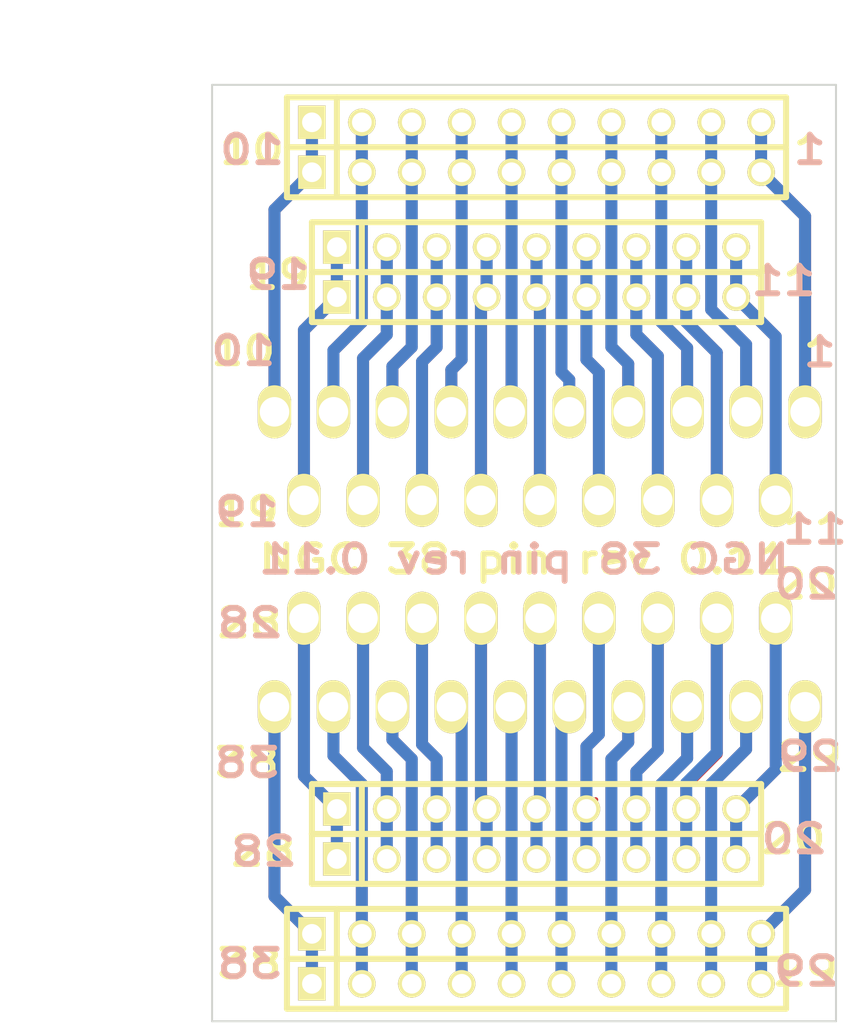
<source format=kicad_pcb>
(kicad_pcb (version 3) (host pcbnew "(2013-07-07 BZR 4022)-stable")

  (general
    (links 76)
    (no_connects 0)
    (area 136.37119 128.665001 179.124548 180.390001)
    (thickness 1.6)
    (drawings 40)
    (tracks 276)
    (zones 0)
    (modules 9)
    (nets 39)
  )

  (page A)
  (title_block 
    (title "NGC 38 pin")
    (rev R0.1)
    (company rusEFI)
  )

  (layers
    (15 F.Cu signal)
    (0 B.Cu signal)
    (16 B.Adhes user)
    (17 F.Adhes user)
    (18 B.Paste user)
    (19 F.Paste user)
    (20 B.SilkS user)
    (21 F.SilkS user)
    (22 B.Mask user)
    (23 F.Mask user)
    (24 Dwgs.User user)
    (25 Cmts.User user)
    (26 Eco1.User user)
    (27 Eco2.User user)
    (28 Edge.Cuts user)
  )

  (setup
    (last_trace_width 0.6096)
    (trace_clearance 0.254)
    (zone_clearance 0.508)
    (zone_45_only no)
    (trace_min 0.254)
    (segment_width 0.2)
    (edge_width 0.1)
    (via_size 0.889)
    (via_drill 0.635)
    (via_min_size 0.889)
    (via_min_drill 0.508)
    (uvia_size 0.508)
    (uvia_drill 0.127)
    (uvias_allowed no)
    (uvia_min_size 0.508)
    (uvia_min_drill 0.127)
    (pcb_text_width 0.3)
    (pcb_text_size 1.5 1.5)
    (mod_edge_width 0.15)
    (mod_text_size 1 1)
    (mod_text_width 0.15)
    (pad_size 1.7 2.7)
    (pad_drill 1.5)
    (pad_to_mask_clearance 0)
    (aux_axis_origin 0 0)
    (visible_elements 7FFFFB3F)
    (pcbplotparams
      (layerselection 334528513)
      (usegerberextensions true)
      (excludeedgelayer true)
      (linewidth 0.150000)
      (plotframeref false)
      (viasonmask false)
      (mode 1)
      (useauxorigin false)
      (hpglpennumber 1)
      (hpglpenspeed 20)
      (hpglpendiameter 15)
      (hpglpenoverlay 2)
      (psnegative false)
      (psa4output false)
      (plotreference true)
      (plotvalue true)
      (plotothertext true)
      (plotinvisibletext false)
      (padsonsilk false)
      (subtractmaskfromsilk false)
      (outputformat 1)
      (mirror false)
      (drillshape 0)
      (scaleselection 1)
      (outputdirectory NGC_38_connector_gerber))
  )

  (net 0 "")
  (net 1 N-000001)
  (net 2 N-0000010)
  (net 3 N-0000011)
  (net 4 N-0000012)
  (net 5 N-0000013)
  (net 6 N-0000014)
  (net 7 N-0000015)
  (net 8 N-0000016)
  (net 9 N-0000017)
  (net 10 N-0000018)
  (net 11 N-0000019)
  (net 12 N-000002)
  (net 13 N-0000020)
  (net 14 N-0000021)
  (net 15 N-0000022)
  (net 16 N-0000023)
  (net 17 N-0000024)
  (net 18 N-0000025)
  (net 19 N-0000026)
  (net 20 N-0000027)
  (net 21 N-0000028)
  (net 22 N-0000029)
  (net 23 N-000003)
  (net 24 N-0000030)
  (net 25 N-0000031)
  (net 26 N-0000032)
  (net 27 N-0000033)
  (net 28 N-0000034)
  (net 29 N-0000035)
  (net 30 N-0000036)
  (net 31 N-0000037)
  (net 32 N-0000038)
  (net 33 N-000004)
  (net 34 N-000005)
  (net 35 N-000006)
  (net 36 N-000007)
  (net 37 N-000008)
  (net 38 N-000009)

  (net_class Default "This is the default net class."
    (clearance 0.254)
    (trace_width 0.6096)
    (via_dia 0.889)
    (via_drill 0.635)
    (uvia_dia 0.508)
    (uvia_drill 0.127)
    (add_net "")
    (add_net N-000001)
    (add_net N-0000010)
    (add_net N-0000011)
    (add_net N-0000012)
    (add_net N-0000013)
    (add_net N-0000014)
    (add_net N-0000015)
    (add_net N-0000016)
    (add_net N-0000017)
    (add_net N-0000018)
    (add_net N-0000019)
    (add_net N-000002)
    (add_net N-0000020)
    (add_net N-0000021)
    (add_net N-0000022)
    (add_net N-0000023)
    (add_net N-0000024)
    (add_net N-0000025)
    (add_net N-0000026)
    (add_net N-0000027)
    (add_net N-0000028)
    (add_net N-0000029)
    (add_net N-000003)
    (add_net N-0000030)
    (add_net N-0000031)
    (add_net N-0000032)
    (add_net N-0000033)
    (add_net N-0000034)
    (add_net N-0000035)
    (add_net N-0000036)
    (add_net N-0000037)
    (add_net N-0000038)
    (add_net N-000004)
    (add_net N-000005)
    (add_net N-000006)
    (add_net N-000007)
    (add_net N-000008)
    (add_net N-000009)
  )

  (module SIL-10 (layer F.Cu) (tedit 54478AD4) (tstamp 543BAF3F)
    (at 163.195 137.16)
    (descr "Connecteur 10 pins")
    (tags "CONN DEV")
    (path /543BAEB3)
    (fp_text reference P2 (at -14.605 0) (layer F.SilkS) hide
      (effects (font (size 1.72974 1.08712) (thickness 0.27178)))
    )
    (fp_text value CONN_10 (at 6.35 -2.54) (layer F.SilkS) hide
      (effects (font (size 1.524 1.016) (thickness 0.254)))
    )
    (fp_line (start -12.7 1.27) (end -12.7 -1.27) (layer F.SilkS) (width 0.3048))
    (fp_line (start -12.7 -1.27) (end 12.7 -1.27) (layer F.SilkS) (width 0.3048))
    (fp_line (start 12.7 -1.27) (end 12.7 1.27) (layer F.SilkS) (width 0.3048))
    (fp_line (start 12.7 1.27) (end -12.7 1.27) (layer F.SilkS) (width 0.3048))
    (fp_line (start -10.16 1.27) (end -10.16 -1.27) (layer F.SilkS) (width 0.3048))
    (pad 1 thru_hole rect (at -11.43 0) (size 1.4 1.7) (drill 1)
      (layers *.Cu *.Mask F.SilkS)
      (net 1 N-000001)
    )
    (pad 2 thru_hole circle (at -8.89 0) (size 1.4 1.7) (drill 1)
      (layers *.Cu *.Mask F.SilkS)
      (net 12 N-000002)
    )
    (pad 3 thru_hole circle (at -6.35 0) (size 1.4 1.7) (drill 1)
      (layers *.Cu *.Mask F.SilkS)
      (net 23 N-000003)
    )
    (pad 4 thru_hole circle (at -3.81 0) (size 1.4 1.7) (drill 1)
      (layers *.Cu *.Mask F.SilkS)
      (net 33 N-000004)
    )
    (pad 5 thru_hole circle (at -1.27 0) (size 1.4 1.7) (drill 1)
      (layers *.Cu *.Mask F.SilkS)
      (net 34 N-000005)
    )
    (pad 6 thru_hole circle (at 1.27 0) (size 1.4 1.7) (drill 1)
      (layers *.Cu *.Mask F.SilkS)
      (net 35 N-000006)
    )
    (pad 7 thru_hole circle (at 3.81 0) (size 1.4 1.7) (drill 1)
      (layers *.Cu *.Mask F.SilkS)
      (net 36 N-000007)
    )
    (pad 8 thru_hole circle (at 6.35 0) (size 1.4 1.7) (drill 1)
      (layers *.Cu *.Mask F.SilkS)
      (net 37 N-000008)
    )
    (pad 9 thru_hole circle (at 8.89 0) (size 1.4 1.7) (drill 1)
      (layers *.Cu *.Mask F.SilkS)
      (net 38 N-000009)
    )
    (pad 10 thru_hole circle (at 11.43 0) (size 1.4 1.7) (drill 1)
      (layers *.Cu *.Mask F.SilkS)
      (net 2 N-0000010)
    )
  )

  (module SIL-9 (layer F.Cu) (tedit 54478AE4) (tstamp 543ED05C)
    (at 163.195 169.545)
    (descr "Connecteur 9 pins")
    (tags "CONN DEV")
    (path /543ECFDE)
    (fp_text reference P5 (at -13.335 0) (layer F.SilkS) hide
      (effects (font (size 1.72974 1.08712) (thickness 0.27178)))
    )
    (fp_text value CONN_9 (at 5.08 -2.54) (layer F.SilkS) hide
      (effects (font (size 1.524 1.016) (thickness 0.254)))
    )
    (fp_line (start 11.43 -1.27) (end 11.43 1.27) (layer F.SilkS) (width 0.3048))
    (fp_line (start 11.43 1.27) (end -11.43 1.27) (layer F.SilkS) (width 0.3048))
    (fp_line (start -11.43 1.27) (end -11.43 -1.27) (layer F.SilkS) (width 0.3048))
    (fp_line (start 11.43 -1.27) (end -11.43 -1.27) (layer F.SilkS) (width 0.3048))
    (fp_line (start -8.89 -1.27) (end -8.89 1.27) (layer F.SilkS) (width 0.3048))
    (pad 1 thru_hole rect (at -10.16 0) (size 1.4 1.7) (drill 1)
      (layers *.Cu *.Mask F.SilkS)
      (net 30 N-0000036)
    )
    (pad 2 thru_hole circle (at -7.62 0) (size 1.4 1.7) (drill 1)
      (layers *.Cu *.Mask F.SilkS)
      (net 31 N-0000037)
    )
    (pad 3 thru_hole circle (at -5.08 0) (size 1.4 1.7) (drill 1)
      (layers *.Cu *.Mask F.SilkS)
      (net 32 N-0000038)
    )
    (pad 4 thru_hole circle (at -2.54 0) (size 1.4 1.7) (drill 1)
      (layers *.Cu *.Mask F.SilkS)
      (net 16 N-0000023)
    )
    (pad 5 thru_hole circle (at 0 0) (size 1.4 1.7) (drill 1)
      (layers *.Cu *.Mask F.SilkS)
      (net 4 N-0000012)
    )
    (pad 6 thru_hole circle (at 2.54 0) (size 1.4 1.7) (drill 1)
      (layers *.Cu *.Mask F.SilkS)
      (net 5 N-0000013)
    )
    (pad 7 thru_hole circle (at 5.08 0) (size 1.4 1.7) (drill 1)
      (layers *.Cu *.Mask F.SilkS)
      (net 6 N-0000014)
    )
    (pad 8 thru_hole circle (at 7.62 0) (size 1.4 1.7) (drill 1)
      (layers *.Cu *.Mask F.SilkS)
      (net 7 N-0000015)
    )
    (pad 9 thru_hole circle (at 10.16 0) (size 1.4 1.7) (drill 1)
      (layers *.Cu *.Mask F.SilkS)
      (net 8 N-0000016)
    )
  )

  (module SIL-9 (layer F.Cu) (tedit 54478ADD) (tstamp 543ED06E)
    (at 163.195 143.51)
    (descr "Connecteur 9 pins")
    (tags "CONN DEV")
    (path /543ECFEB)
    (fp_text reference P3 (at -13.09 0.11) (layer F.SilkS) hide
      (effects (font (size 1.72974 1.08712) (thickness 0.27178)))
    )
    (fp_text value CONN_9 (at 5.08 -2.54) (layer F.SilkS) hide
      (effects (font (size 1.524 1.016) (thickness 0.254)))
    )
    (fp_line (start 11.43 -1.27) (end 11.43 1.27) (layer F.SilkS) (width 0.3048))
    (fp_line (start 11.43 1.27) (end -11.43 1.27) (layer F.SilkS) (width 0.3048))
    (fp_line (start -11.43 1.27) (end -11.43 -1.27) (layer F.SilkS) (width 0.3048))
    (fp_line (start 11.43 -1.27) (end -11.43 -1.27) (layer F.SilkS) (width 0.3048))
    (fp_line (start -8.89 -1.27) (end -8.89 1.27) (layer F.SilkS) (width 0.3048))
    (pad 1 thru_hole rect (at -10.16 0) (size 1.4 1.7) (drill 1)
      (layers *.Cu *.Mask F.SilkS)
      (net 9 N-0000017)
    )
    (pad 2 thru_hole circle (at -7.62 0) (size 1.4 1.7) (drill 1)
      (layers *.Cu *.Mask F.SilkS)
      (net 10 N-0000018)
    )
    (pad 3 thru_hole circle (at -5.08 0) (size 1.4 1.7) (drill 1)
      (layers *.Cu *.Mask F.SilkS)
      (net 11 N-0000019)
    )
    (pad 4 thru_hole circle (at -2.54 0) (size 1.4 1.7) (drill 1)
      (layers *.Cu *.Mask F.SilkS)
      (net 13 N-0000020)
    )
    (pad 5 thru_hole circle (at 0 0) (size 1.4 1.7) (drill 1)
      (layers *.Cu *.Mask F.SilkS)
      (net 14 N-0000021)
    )
    (pad 6 thru_hole circle (at 2.54 0) (size 1.4 1.7) (drill 1)
      (layers *.Cu *.Mask F.SilkS)
      (net 15 N-0000022)
    )
    (pad 7 thru_hole circle (at 5.08 0) (size 1.4 1.7) (drill 1)
      (layers *.Cu *.Mask F.SilkS)
      (net 3 N-0000011)
    )
    (pad 8 thru_hole circle (at 7.62 0) (size 1.4 1.7) (drill 1)
      (layers *.Cu *.Mask F.SilkS)
      (net 17 N-0000024)
    )
    (pad 9 thru_hole circle (at 10.16 0) (size 1.4 1.7) (drill 1)
      (layers *.Cu *.Mask F.SilkS)
      (net 18 N-0000025)
    )
  )

  (module SIL-10 (layer F.Cu) (tedit 54478AEA) (tstamp 543ED081)
    (at 163.195 175.895)
    (descr "Connecteur 10 pins")
    (tags "CONN DEV")
    (path /543ECFCF)
    (fp_text reference P4 (at -14.605 0) (layer F.SilkS) hide
      (effects (font (size 1.72974 1.08712) (thickness 0.27178)))
    )
    (fp_text value CONN_10 (at 6.35 -2.54) (layer F.SilkS) hide
      (effects (font (size 1.524 1.016) (thickness 0.254)))
    )
    (fp_line (start -12.7 1.27) (end -12.7 -1.27) (layer F.SilkS) (width 0.3048))
    (fp_line (start -12.7 -1.27) (end 12.7 -1.27) (layer F.SilkS) (width 0.3048))
    (fp_line (start 12.7 -1.27) (end 12.7 1.27) (layer F.SilkS) (width 0.3048))
    (fp_line (start 12.7 1.27) (end -12.7 1.27) (layer F.SilkS) (width 0.3048))
    (fp_line (start -10.16 1.27) (end -10.16 -1.27) (layer F.SilkS) (width 0.3048))
    (pad 1 thru_hole rect (at -11.43 0) (size 1.4 1.7) (drill 1)
      (layers *.Cu *.Mask F.SilkS)
      (net 20 N-0000027)
    )
    (pad 2 thru_hole circle (at -8.89 0) (size 1.4 1.7) (drill 1)
      (layers *.Cu *.Mask F.SilkS)
      (net 21 N-0000028)
    )
    (pad 3 thru_hole circle (at -6.35 0) (size 1.4 1.7) (drill 1)
      (layers *.Cu *.Mask F.SilkS)
      (net 19 N-0000026)
    )
    (pad 4 thru_hole circle (at -3.81 0) (size 1.4 1.7) (drill 1)
      (layers *.Cu *.Mask F.SilkS)
      (net 22 N-0000029)
    )
    (pad 5 thru_hole circle (at -1.27 0) (size 1.4 1.7) (drill 1)
      (layers *.Cu *.Mask F.SilkS)
      (net 24 N-0000030)
    )
    (pad 6 thru_hole circle (at 1.27 0) (size 1.4 1.7) (drill 1)
      (layers *.Cu *.Mask F.SilkS)
      (net 25 N-0000031)
    )
    (pad 7 thru_hole circle (at 3.81 0) (size 1.4 1.7) (drill 1)
      (layers *.Cu *.Mask F.SilkS)
      (net 26 N-0000032)
    )
    (pad 8 thru_hole circle (at 6.35 0) (size 1.4 1.7) (drill 1)
      (layers *.Cu *.Mask F.SilkS)
      (net 27 N-0000033)
    )
    (pad 9 thru_hole circle (at 8.89 0) (size 1.4 1.7) (drill 1)
      (layers *.Cu *.Mask F.SilkS)
      (net 28 N-0000034)
    )
    (pad 10 thru_hole circle (at 11.43 0) (size 1.4 1.7) (drill 1)
      (layers *.Cu *.Mask F.SilkS)
      (net 29 N-0000035)
    )
  )

  (module SIL-9 (layer F.Cu) (tedit 54478AD8) (tstamp 544633AD)
    (at 163.195 140.97)
    (descr "Connecteur 9 pins")
    (tags "CONN DEV")
    (path /54463164)
    (fp_text reference P7 (at -13.335 0) (layer F.SilkS) hide
      (effects (font (size 1.72974 1.08712) (thickness 0.27178)))
    )
    (fp_text value CONN_9 (at 5.08 -2.54) (layer F.SilkS) hide
      (effects (font (size 1.524 1.016) (thickness 0.254)))
    )
    (fp_line (start 11.43 -1.27) (end 11.43 1.27) (layer F.SilkS) (width 0.3048))
    (fp_line (start 11.43 1.27) (end -11.43 1.27) (layer F.SilkS) (width 0.3048))
    (fp_line (start -11.43 1.27) (end -11.43 -1.27) (layer F.SilkS) (width 0.3048))
    (fp_line (start 11.43 -1.27) (end -11.43 -1.27) (layer F.SilkS) (width 0.3048))
    (fp_line (start -8.89 -1.27) (end -8.89 1.27) (layer F.SilkS) (width 0.3048))
    (pad 1 thru_hole rect (at -10.16 0) (size 1.4 1.7) (drill 1)
      (layers *.Cu *.Mask F.SilkS)
      (net 9 N-0000017)
    )
    (pad 2 thru_hole circle (at -7.62 0) (size 1.4 1.7) (drill 1)
      (layers *.Cu *.Mask F.SilkS)
      (net 10 N-0000018)
    )
    (pad 3 thru_hole circle (at -5.08 0) (size 1.4 1.7) (drill 1)
      (layers *.Cu *.Mask F.SilkS)
      (net 11 N-0000019)
    )
    (pad 4 thru_hole circle (at -2.54 0) (size 1.4 1.7) (drill 1)
      (layers *.Cu *.Mask F.SilkS)
      (net 13 N-0000020)
    )
    (pad 5 thru_hole circle (at 0 0) (size 1.4 1.7) (drill 1)
      (layers *.Cu *.Mask F.SilkS)
      (net 14 N-0000021)
    )
    (pad 6 thru_hole circle (at 2.54 0) (size 1.4 1.7) (drill 1)
      (layers *.Cu *.Mask F.SilkS)
      (net 15 N-0000022)
    )
    (pad 7 thru_hole circle (at 5.08 0) (size 1.4 1.7) (drill 1)
      (layers *.Cu *.Mask F.SilkS)
      (net 3 N-0000011)
    )
    (pad 8 thru_hole circle (at 7.62 0) (size 1.4 1.7) (drill 1)
      (layers *.Cu *.Mask F.SilkS)
      (net 17 N-0000024)
    )
    (pad 9 thru_hole circle (at 10.16 0) (size 1.4 1.7) (drill 1)
      (layers *.Cu *.Mask F.SilkS)
      (net 18 N-0000025)
    )
  )

  (module SIL-10 (layer F.Cu) (tedit 54478ACF) (tstamp 544633D3)
    (at 163.195 134.62)
    (descr "Connecteur 10 pins")
    (tags "CONN DEV")
    (path /5446316A)
    (fp_text reference P6 (at -14.605 0) (layer F.SilkS) hide
      (effects (font (size 1.72974 1.08712) (thickness 0.27178)))
    )
    (fp_text value CONN_10 (at 6.35 -2.54) (layer F.SilkS) hide
      (effects (font (size 1.524 1.016) (thickness 0.254)))
    )
    (fp_line (start -12.7 1.27) (end -12.7 -1.27) (layer F.SilkS) (width 0.3048))
    (fp_line (start -12.7 -1.27) (end 12.7 -1.27) (layer F.SilkS) (width 0.3048))
    (fp_line (start 12.7 -1.27) (end 12.7 1.27) (layer F.SilkS) (width 0.3048))
    (fp_line (start 12.7 1.27) (end -12.7 1.27) (layer F.SilkS) (width 0.3048))
    (fp_line (start -10.16 1.27) (end -10.16 -1.27) (layer F.SilkS) (width 0.3048))
    (pad 1 thru_hole rect (at -11.43 0) (size 1.4 1.7) (drill 1)
      (layers *.Cu *.Mask F.SilkS)
      (net 1 N-000001)
    )
    (pad 2 thru_hole circle (at -8.89 0) (size 1.4 1.7) (drill 1)
      (layers *.Cu *.Mask F.SilkS)
      (net 12 N-000002)
    )
    (pad 3 thru_hole circle (at -6.35 0) (size 1.4 1.7) (drill 1)
      (layers *.Cu *.Mask F.SilkS)
      (net 23 N-000003)
    )
    (pad 4 thru_hole circle (at -3.81 0) (size 1.4 1.7) (drill 1)
      (layers *.Cu *.Mask F.SilkS)
      (net 33 N-000004)
    )
    (pad 5 thru_hole circle (at -1.27 0) (size 1.4 1.7) (drill 1)
      (layers *.Cu *.Mask F.SilkS)
      (net 34 N-000005)
    )
    (pad 6 thru_hole circle (at 1.27 0) (size 1.4 1.7) (drill 1)
      (layers *.Cu *.Mask F.SilkS)
      (net 35 N-000006)
    )
    (pad 7 thru_hole circle (at 3.81 0) (size 1.4 1.7) (drill 1)
      (layers *.Cu *.Mask F.SilkS)
      (net 36 N-000007)
    )
    (pad 8 thru_hole circle (at 6.35 0) (size 1.4 1.7) (drill 1)
      (layers *.Cu *.Mask F.SilkS)
      (net 37 N-000008)
    )
    (pad 9 thru_hole circle (at 8.89 0) (size 1.4 1.7) (drill 1)
      (layers *.Cu *.Mask F.SilkS)
      (net 38 N-000009)
    )
    (pad 10 thru_hole circle (at 11.43 0) (size 1.4 1.7) (drill 1)
      (layers *.Cu *.Mask F.SilkS)
      (net 2 N-0000010)
    )
  )

  (module SIL-10 (layer F.Cu) (tedit 54478AF0) (tstamp 5446339B)
    (at 163.195 178.435)
    (descr "Connecteur 10 pins")
    (tags "CONN DEV")
    (path /5446315E)
    (fp_text reference P9 (at -14.605 0) (layer F.SilkS) hide
      (effects (font (size 1.72974 1.08712) (thickness 0.27178)))
    )
    (fp_text value CONN_10 (at 6.35 -2.54) (layer F.SilkS) hide
      (effects (font (size 1.524 1.016) (thickness 0.254)))
    )
    (fp_line (start -12.7 1.27) (end -12.7 -1.27) (layer F.SilkS) (width 0.3048))
    (fp_line (start -12.7 -1.27) (end 12.7 -1.27) (layer F.SilkS) (width 0.3048))
    (fp_line (start 12.7 -1.27) (end 12.7 1.27) (layer F.SilkS) (width 0.3048))
    (fp_line (start 12.7 1.27) (end -12.7 1.27) (layer F.SilkS) (width 0.3048))
    (fp_line (start -10.16 1.27) (end -10.16 -1.27) (layer F.SilkS) (width 0.3048))
    (pad 1 thru_hole rect (at -11.43 0) (size 1.4 1.7) (drill 1)
      (layers *.Cu *.Mask F.SilkS)
      (net 20 N-0000027)
    )
    (pad 2 thru_hole circle (at -8.89 0) (size 1.4 1.7) (drill 1)
      (layers *.Cu *.Mask F.SilkS)
      (net 21 N-0000028)
    )
    (pad 3 thru_hole circle (at -6.35 0) (size 1.4 1.7) (drill 1)
      (layers *.Cu *.Mask F.SilkS)
      (net 19 N-0000026)
    )
    (pad 4 thru_hole circle (at -3.81 0) (size 1.4 1.7) (drill 1)
      (layers *.Cu *.Mask F.SilkS)
      (net 22 N-0000029)
    )
    (pad 5 thru_hole circle (at -1.27 0) (size 1.4 1.7) (drill 1)
      (layers *.Cu *.Mask F.SilkS)
      (net 24 N-0000030)
    )
    (pad 6 thru_hole circle (at 1.27 0) (size 1.4 1.7) (drill 1)
      (layers *.Cu *.Mask F.SilkS)
      (net 25 N-0000031)
    )
    (pad 7 thru_hole circle (at 3.81 0) (size 1.4 1.7) (drill 1)
      (layers *.Cu *.Mask F.SilkS)
      (net 26 N-0000032)
    )
    (pad 8 thru_hole circle (at 6.35 0) (size 1.4 1.7) (drill 1)
      (layers *.Cu *.Mask F.SilkS)
      (net 27 N-0000033)
    )
    (pad 9 thru_hole circle (at 8.89 0) (size 1.4 1.7) (drill 1)
      (layers *.Cu *.Mask F.SilkS)
      (net 28 N-0000034)
    )
    (pad 10 thru_hole circle (at 11.43 0) (size 1.4 1.7) (drill 1)
      (layers *.Cu *.Mask F.SilkS)
      (net 29 N-0000035)
    )
  )

  (module SIL-9 (layer F.Cu) (tedit 54478AE7) (tstamp 544633C0)
    (at 163.195 172.085)
    (descr "Connecteur 9 pins")
    (tags "CONN DEV")
    (path /54463158)
    (fp_text reference P8 (at -13.335 0) (layer F.SilkS) hide
      (effects (font (size 1.72974 1.08712) (thickness 0.27178)))
    )
    (fp_text value CONN_9 (at 5.08 -2.54) (layer F.SilkS) hide
      (effects (font (size 1.524 1.016) (thickness 0.254)))
    )
    (fp_line (start 11.43 -1.27) (end 11.43 1.27) (layer F.SilkS) (width 0.3048))
    (fp_line (start 11.43 1.27) (end -11.43 1.27) (layer F.SilkS) (width 0.3048))
    (fp_line (start -11.43 1.27) (end -11.43 -1.27) (layer F.SilkS) (width 0.3048))
    (fp_line (start 11.43 -1.27) (end -11.43 -1.27) (layer F.SilkS) (width 0.3048))
    (fp_line (start -8.89 -1.27) (end -8.89 1.27) (layer F.SilkS) (width 0.3048))
    (pad 1 thru_hole rect (at -10.16 0) (size 1.4 1.7) (drill 1)
      (layers *.Cu *.Mask F.SilkS)
      (net 30 N-0000036)
    )
    (pad 2 thru_hole circle (at -7.62 0) (size 1.4 1.7) (drill 1)
      (layers *.Cu *.Mask F.SilkS)
      (net 31 N-0000037)
    )
    (pad 3 thru_hole circle (at -5.08 0) (size 1.4 1.7) (drill 1)
      (layers *.Cu *.Mask F.SilkS)
      (net 32 N-0000038)
    )
    (pad 4 thru_hole circle (at -2.54 0) (size 1.4 1.7) (drill 1)
      (layers *.Cu *.Mask F.SilkS)
      (net 16 N-0000023)
    )
    (pad 5 thru_hole circle (at 0 0) (size 1.4 1.7) (drill 1)
      (layers *.Cu *.Mask F.SilkS)
      (net 4 N-0000012)
    )
    (pad 6 thru_hole circle (at 2.54 0) (size 1.4 1.7) (drill 1)
      (layers *.Cu *.Mask F.SilkS)
      (net 5 N-0000013)
    )
    (pad 7 thru_hole circle (at 5.08 0) (size 1.4 1.7) (drill 1)
      (layers *.Cu *.Mask F.SilkS)
      (net 6 N-0000014)
    )
    (pad 8 thru_hole circle (at 7.62 0) (size 1.4 1.7) (drill 1)
      (layers *.Cu *.Mask F.SilkS)
      (net 7 N-0000015)
    )
    (pad 9 thru_hole circle (at 10.16 0) (size 1.4 1.7) (drill 1)
      (layers *.Cu *.Mask F.SilkS)
      (net 8 N-0000016)
    )
  )

  (module PCM_C1 (layer F.Cu) (tedit 54478AE1) (tstamp 5446FAEB)
    (at 149.86 156.845)
    (descr PCM_CON_4x38_C1)
    (tags PCM_CON_4x38_C1)
    (path /543BAB9B)
    (fp_text reference P1 (at -1.27 0) (layer F.SilkS) hide
      (effects (font (size 1.5 1) (thickness 0.15)))
    )
    (fp_text value DIL38 (at -2.25 0) (layer F.SilkS) hide
      (effects (font (size 1.5 1) (thickness 0.15)))
    )
    (pad 1 thru_hole oval (at 0 -7.5) (size 1.7 2.7) (drill 1.5)
      (layers *.Cu *.Mask F.SilkS)
      (net 1 N-000001)
      (zone_connect 2)
    )
    (pad 2 thru_hole oval (at 3 -7.5) (size 1.7 2.7) (drill 1.5)
      (layers *.Cu *.Mask F.SilkS)
      (net 12 N-000002)
    )
    (pad 3 thru_hole oval (at 6 -7.5) (size 1.7 2.7) (drill 1.5)
      (layers *.Cu *.Mask F.SilkS)
      (net 23 N-000003)
    )
    (pad 4 thru_hole oval (at 9 -7.5) (size 1.7 2.7) (drill 1.5)
      (layers *.Cu *.Mask F.SilkS)
      (net 33 N-000004)
    )
    (pad 5 thru_hole oval (at 12 -7.5) (size 1.7 2.7) (drill 1.5)
      (layers *.Cu *.Mask F.SilkS)
      (net 34 N-000005)
    )
    (pad 6 thru_hole oval (at 15 -7.5) (size 1.7 2.7) (drill 1.5)
      (layers *.Cu *.Mask F.SilkS)
      (net 35 N-000006)
    )
    (pad 7 thru_hole oval (at 18 -7.5) (size 1.7 2.7) (drill 1.5)
      (layers *.Cu *.Mask F.SilkS)
      (net 36 N-000007)
    )
    (pad 8 thru_hole oval (at 21 -7.5) (size 1.7 2.7) (drill 1.5)
      (layers *.Cu *.Mask F.SilkS)
      (net 37 N-000008)
    )
    (pad 9 thru_hole oval (at 24 -7.5) (size 1.7 2.7) (drill 1.5)
      (layers *.Cu *.Mask F.SilkS)
      (net 38 N-000009)
    )
    (pad 10 thru_hole oval (at 27 -7.5) (size 1.7 2.7) (drill 1.5)
      (layers *.Cu *.Mask F.SilkS)
      (net 2 N-0000010)
    )
    (pad 29 thru_hole oval (at 0 7.5) (size 1.7 2.7) (drill 1.5)
      (layers *.Cu *.Mask F.SilkS)
      (net 20 N-0000027)
    )
    (pad 30 thru_hole oval (at 3 7.5) (size 1.7 2.7) (drill 1.5)
      (layers *.Cu *.Mask F.SilkS)
      (net 21 N-0000028)
    )
    (pad 31 thru_hole oval (at 6 7.5) (size 1.7 2.7) (drill 1.5)
      (layers *.Cu *.Mask F.SilkS)
      (net 19 N-0000026)
    )
    (pad 32 thru_hole oval (at 9 7.5) (size 1.7 2.7) (drill 1.5)
      (layers *.Cu *.Mask F.SilkS)
      (net 22 N-0000029)
    )
    (pad 33 thru_hole oval (at 12 7.5) (size 1.7 2.7) (drill 1.5)
      (layers *.Cu *.Mask F.SilkS)
      (net 24 N-0000030)
    )
    (pad 34 thru_hole oval (at 15 7.5) (size 1.7 2.7) (drill 1.5)
      (layers *.Cu *.Mask F.SilkS)
      (net 25 N-0000031)
    )
    (pad 35 thru_hole oval (at 18 7.5) (size 1.7 2.7) (drill 1.5)
      (layers *.Cu *.Mask F.SilkS)
      (net 26 N-0000032)
    )
    (pad 36 thru_hole oval (at 21 7.5) (size 1.7 2.7) (drill 1.5)
      (layers *.Cu *.Mask F.SilkS)
      (net 27 N-0000033)
    )
    (pad 37 thru_hole oval (at 24 7.5) (size 1.7 2.7) (drill 1.5)
      (layers *.Cu *.Mask F.SilkS)
      (net 28 N-0000034)
    )
    (pad 38 thru_hole oval (at 27 7.5) (size 1.7 2.7) (drill 1.5)
      (layers *.Cu *.Mask F.SilkS)
      (net 29 N-0000035)
    )
    (pad 11 thru_hole oval (at 1.5 -3) (size 1.7 2.7) (drill 1.5)
      (layers *.Cu *.Mask F.SilkS)
      (net 9 N-0000017)
    )
    (pad 12 thru_hole oval (at 4.508 -3) (size 1.7 2.7) (drill 1.5)
      (layers *.Cu *.Mask F.SilkS)
      (net 10 N-0000018)
    )
    (pad 13 thru_hole oval (at 7.508 -3) (size 1.7 2.7) (drill 1.5)
      (layers *.Cu *.Mask F.SilkS)
      (net 11 N-0000019)
    )
    (pad 14 thru_hole oval (at 10.508 -3) (size 1.7 2.7) (drill 1.5)
      (layers *.Cu *.Mask F.SilkS)
      (net 13 N-0000020)
    )
    (pad 15 thru_hole oval (at 13.508 -3) (size 1.7 2.7) (drill 1.5)
      (layers *.Cu *.Mask F.SilkS)
      (net 14 N-0000021)
    )
    (pad 16 thru_hole oval (at 16.508 -3) (size 1.7 2.7) (drill 1.5)
      (layers *.Cu *.Mask F.SilkS)
      (net 15 N-0000022)
    )
    (pad 17 thru_hole oval (at 19.508 -3) (size 1.7 2.7) (drill 1.5)
      (layers *.Cu *.Mask F.SilkS)
      (net 3 N-0000011)
    )
    (pad 18 thru_hole oval (at 22.508 -3) (size 1.7 2.7) (drill 1.5)
      (layers *.Cu *.Mask F.SilkS)
      (net 17 N-0000024)
    )
    (pad 19 thru_hole oval (at 25.508 -3) (size 1.7 2.7) (drill 1.5)
      (layers *.Cu *.Mask F.SilkS)
      (net 18 N-0000025)
    )
    (pad 20 thru_hole oval (at 1.5 3) (size 1.7 2.7) (drill 1.5)
      (layers *.Cu *.Mask F.SilkS)
      (net 30 N-0000036)
    )
    (pad 21 thru_hole oval (at 4.508 3) (size 1.7 2.7) (drill 1.5)
      (layers *.Cu *.Mask F.SilkS)
      (net 31 N-0000037)
    )
    (pad 22 thru_hole oval (at 7.508 3) (size 1.7 2.7) (drill 1.5)
      (layers *.Cu *.Mask F.SilkS)
      (net 32 N-0000038)
    )
    (pad 23 thru_hole oval (at 10.508 3) (size 1.7 2.7) (drill 1.5)
      (layers *.Cu *.Mask F.SilkS)
      (net 16 N-0000023)
    )
    (pad 24 thru_hole oval (at 13.508 3) (size 1.7 2.7) (drill 1.5)
      (layers *.Cu *.Mask F.SilkS)
      (net 4 N-0000012)
    )
    (pad 25 thru_hole oval (at 16.508 3) (size 1.7 2.7) (drill 1.5)
      (layers *.Cu *.Mask F.SilkS)
      (net 5 N-0000013)
    )
    (pad 26 thru_hole oval (at 19.508 3) (size 1.7 2.7) (drill 1.5)
      (layers *.Cu *.Mask F.SilkS)
      (net 6 N-0000014)
    )
    (pad 27 thru_hole oval (at 22.508 3) (size 1.7 2.7) (drill 1.5)
      (layers *.Cu *.Mask F.SilkS)
      (net 7 N-0000015)
    )
    (pad 28 thru_hole oval (at 25.508 3) (size 1.7 2.7) (drill 1.5)
      (layers *.Cu *.Mask F.SilkS)
      (net 8 N-0000016)
    )
  )

  (gr_text 20 (at 176.276 171.069) (layer B.SilkS)
    (effects (font (size 1.4 1.7) (thickness 0.3)) (justify mirror))
  )
  (gr_text 20 (at 176.911 158.115) (layer B.SilkS)
    (effects (font (size 1.4 1.7) (thickness 0.3)) (justify mirror))
  )
  (gr_text 28 (at 149.2885 171.704) (layer B.SilkS)
    (effects (font (size 1.4 1.7) (thickness 0.3)) (justify mirror))
  )
  (gr_text 28 (at 148.59 160.0835) (layer B.SilkS)
    (effects (font (size 1.4 1.7) (thickness 0.3)) (justify mirror))
  )
  (gr_text 28 (at 148.59 160.0835) (layer F.SilkS)
    (effects (font (size 1.4 1.7) (thickness 0.3)))
  )
  (gr_text 28 (at 149.2885 171.704) (layer F.SilkS)
    (effects (font (size 1.4 1.7) (thickness 0.3)))
  )
  (gr_text 20 (at 176.276 171.069) (layer F.SilkS)
    (effects (font (size 1.4 1.7) (thickness 0.3)))
  )
  (gr_text 20 (at 176.911 158.115) (layer F.SilkS)
    (effects (font (size 1.4 1.7) (thickness 0.3)))
  )
  (gr_text 38 (at 148.463 167.1955) (layer F.SilkS)
    (effects (font (size 1.4 1.7) (thickness 0.3)))
  )
  (gr_text 38 (at 148.59 177.419) (layer F.SilkS)
    (effects (font (size 1.4 1.7) (thickness 0.3)))
  )
  (gr_text 29 (at 176.911 177.8) (layer F.SilkS)
    (effects (font (size 1.4 1.7) (thickness 0.3)))
  )
  (gr_text 29 (at 177.1015 166.878) (layer F.SilkS)
    (effects (font (size 1.4 1.7) (thickness 0.3)))
  )
  (gr_text 29 (at 177.1015 166.878) (layer B.SilkS)
    (effects (font (size 1.4 1.7) (thickness 0.3)) (justify mirror))
  )
  (gr_text 29 (at 176.911 177.8) (layer B.SilkS)
    (effects (font (size 1.4 1.7) (thickness 0.3)) (justify mirror))
  )
  (gr_text 38 (at 148.59 177.419) (layer B.SilkS)
    (effects (font (size 1.4 1.7) (thickness 0.3)) (justify mirror))
  )
  (gr_text 11 (at 177.3555 155.321) (layer B.SilkS)
    (effects (font (size 1.4 1.7) (thickness 0.3)) (justify mirror))
  )
  (gr_text 11 (at 175.768 142.6845) (layer B.SilkS)
    (effects (font (size 1.4 1.7) (thickness 0.3)) (justify mirror))
  )
  (gr_text 11 (at 177.3555 155.321) (layer F.SilkS)
    (effects (font (size 1.4 1.7) (thickness 0.3)))
  )
  (gr_text 11 (at 175.768 142.6845) (layer F.SilkS)
    (effects (font (size 1.4 1.7) (thickness 0.3)))
  )
  (gr_text 1 (at 177.1015 136.017) (layer F.SilkS)
    (effects (font (size 1.4 1.7) (thickness 0.3)))
  )
  (gr_text 1 (at 177.6095 146.304) (layer F.SilkS)
    (effects (font (size 1.4 1.7) (thickness 0.3)))
  )
  (gr_text 1 (at 177.6095 146.304) (layer B.SilkS)
    (effects (font (size 1.4 1.7) (thickness 0.3)) (justify mirror))
  )
  (gr_text 1 (at 177.1015 136.017) (layer B.SilkS)
    (effects (font (size 1.4 1.7) (thickness 0.3)) (justify mirror))
  )
  (gr_text 19 (at 150.0505 142.367) (layer B.SilkS)
    (effects (font (size 1.4 1.7) (thickness 0.3)) (justify mirror))
  )
  (gr_text 10 (at 148.717 136.017) (layer B.SilkS)
    (effects (font (size 1.4 1.7) (thickness 0.3)) (justify mirror))
  )
  (gr_text 10 (at 148.717 136.017) (layer F.SilkS)
    (effects (font (size 1.4 1.7) (thickness 0.3)))
  )
  (gr_text 19 (at 150.0505 142.367) (layer F.SilkS)
    (effects (font (size 1.4 1.7) (thickness 0.3)))
  )
  (gr_text 19 (at 148.463 154.432) (layer F.SilkS)
    (effects (font (size 1.4 1.7) (thickness 0.3)))
  )
  (gr_text 10 (at 148.2725 146.2405) (layer F.SilkS)
    (effects (font (size 1.4 1.7) (thickness 0.3)))
  )
  (gr_text 38 (at 148.463 167.1955) (layer B.SilkS)
    (effects (font (size 1.4 1.7) (thickness 0.3)) (justify mirror))
  )
  (gr_text 19 (at 148.463 154.432) (layer B.SilkS)
    (effects (font (size 1.4 1.7) (thickness 0.3)) (justify mirror))
  )
  (gr_text 10 (at 148.2725 146.2405) (layer B.SilkS)
    (effects (font (size 1.4 1.7) (thickness 0.3)) (justify mirror))
  )
  (gr_text "NGC 38 pin rev 0.11" (at 162.56 156.845) (layer B.SilkS)
    (effects (font (size 1.4 1.7) (thickness 0.3)) (justify mirror))
  )
  (dimension 31.75 (width 0.3) (layer Cmts.User)
    (gr_text "1.2500 in" (at 162.56 130.095001) (layer Cmts.User)
      (effects (font (size 1.4 1.7) (thickness 0.3)))
    )
    (feature1 (pts (xy 178.435 132.08) (xy 178.435 128.745001)))
    (feature2 (pts (xy 146.685 132.08) (xy 146.685 128.745001)))
    (crossbar (pts (xy 146.685 131.445001) (xy 178.435 131.445001)))
    (arrow1a (pts (xy 178.435 131.445001) (xy 177.308497 132.031421)))
    (arrow1b (pts (xy 178.435 131.445001) (xy 177.308497 130.858581)))
    (arrow2a (pts (xy 146.685 131.445001) (xy 147.811503 132.031421)))
    (arrow2b (pts (xy 146.685 131.445001) (xy 147.811503 130.858581)))
  )
  (dimension 47.625 (width 0.3) (layer Cmts.User)
    (gr_text "1.8750 in" (at 142.795 156.5275 90) (layer Cmts.User)
      (effects (font (size 1.4 1.7) (thickness 0.3)))
    )
    (feature1 (pts (xy 146.05 132.715) (xy 141.445 132.715)))
    (feature2 (pts (xy 146.05 180.34) (xy 141.445 180.34)))
    (crossbar (pts (xy 144.145 180.34) (xy 144.145 132.715)))
    (arrow1a (pts (xy 144.145 132.715) (xy 144.73142 133.841503)))
    (arrow1b (pts (xy 144.145 132.715) (xy 143.55858 133.841503)))
    (arrow2a (pts (xy 144.145 180.34) (xy 144.73142 179.213497)))
    (arrow2b (pts (xy 144.145 180.34) (xy 143.55858 179.213497)))
  )
  (gr_line (start 178.435 132.715) (end 146.685 132.715) (angle 90) (layer Edge.Cuts) (width 0.1))
  (gr_line (start 178.435 180.34) (end 178.435 132.715) (angle 90) (layer Edge.Cuts) (width 0.1))
  (gr_line (start 146.685 180.34) (end 146.685 132.715) (angle 90) (layer Edge.Cuts) (width 0.1))
  (gr_line (start 178.435 180.34) (end 146.685 180.34) (angle 90) (layer Edge.Cuts) (width 0.1))
  (gr_text "NGC 38 pin rev 0.11" (at 162.56 156.845) (layer F.SilkS)
    (effects (font (size 1.4 1.7) (thickness 0.3)))
  )

  (segment (start 149.86 149.345) (end 149.86 139.065) (width 0.6096) (layer F.Cu) (net 1))
  (segment (start 149.86 139.065) (end 151.765 137.16) (width 0.6096) (layer F.Cu) (net 1) (tstamp 54471B8E))
  (segment (start 151.765 134.62) (end 151.765 137.16) (width 0.6096) (layer F.Cu) (net 1))
  (segment (start 149.86 149.345) (end 149.86 139.065) (width 0.6096) (layer B.Cu) (net 1))
  (segment (start 149.86 139.065) (end 151.765 137.16) (width 0.6096) (layer B.Cu) (net 1) (tstamp 544718D3))
  (segment (start 151.765 134.62) (end 151.765 137.16) (width 0.6096) (layer B.Cu) (net 1))
  (segment (start 176.86 149.345) (end 176.86 139.395) (width 0.6096) (layer F.Cu) (net 2))
  (segment (start 176.86 139.395) (end 174.625 137.16) (width 0.6096) (layer F.Cu) (net 2) (tstamp 54471AFD))
  (segment (start 174.625 134.62) (end 174.625 137.16) (width 0.6096) (layer F.Cu) (net 2))
  (segment (start 176.86 149.345) (end 176.86 139.395) (width 0.6096) (layer B.Cu) (net 2))
  (segment (start 176.86 139.395) (end 174.625 137.16) (width 0.6096) (layer B.Cu) (net 2) (tstamp 5447186A))
  (segment (start 174.625 134.62) (end 174.625 137.16) (width 0.6096) (layer B.Cu) (net 2))
  (segment (start 168.275 143.51) (end 168.275 140.97) (width 0.6096) (layer F.Cu) (net 3))
  (segment (start 169.368 153.845) (end 169.368 146.508) (width 0.6096) (layer F.Cu) (net 3))
  (segment (start 169.368 146.508) (end 168.275 145.415) (width 0.6096) (layer F.Cu) (net 3) (tstamp 54471B24))
  (segment (start 168.275 145.415) (end 168.275 143.51) (width 0.6096) (layer F.Cu) (net 3) (tstamp 54471B26))
  (segment (start 169.368 153.845) (end 169.368 146.508) (width 0.6096) (layer B.Cu) (net 3))
  (segment (start 168.275 145.415) (end 168.275 143.51) (width 0.6096) (layer B.Cu) (net 3) (tstamp 5447188D))
  (segment (start 169.368 146.508) (end 168.275 145.415) (width 0.6096) (layer B.Cu) (net 3) (tstamp 5447188B))
  (segment (start 168.275 140.97) (end 168.275 143.51) (width 0.6096) (layer B.Cu) (net 3))
  (segment (start 163.368 159.845) (end 163.368 169.372) (width 0.6096) (layer F.Cu) (net 4))
  (segment (start 163.368 169.372) (end 163.195 169.545) (width 0.6096) (layer F.Cu) (net 4) (tstamp 54471AB4))
  (segment (start 163.195 172.085) (end 163.195 169.545) (width 0.6096) (layer F.Cu) (net 4))
  (segment (start 163.368 159.845) (end 163.368 169.372) (width 0.6096) (layer B.Cu) (net 4))
  (segment (start 163.368 169.372) (end 163.195 169.545) (width 0.6096) (layer B.Cu) (net 4) (tstamp 544717D3))
  (segment (start 163.195 172.085) (end 163.195 169.545) (width 0.6096) (layer B.Cu) (net 4))
  (segment (start 163.208 169.532) (end 163.195 169.545) (width 0.254) (layer F.Cu) (net 4) (tstamp 5446392C))
  (segment (start 166.368 159.845) (end 166.368 165.737) (width 0.6096) (layer F.Cu) (net 5))
  (segment (start 166.368 165.737) (end 165.735 166.37) (width 0.6096) (layer F.Cu) (net 5) (tstamp 54471ABC))
  (segment (start 165.735 166.37) (end 165.735 169.545) (width 0.6096) (layer F.Cu) (net 5) (tstamp 54471ABF))
  (segment (start 165.735 172.085) (end 165.735 169.545) (width 0.6096) (layer F.Cu) (net 5))
  (segment (start 166.368 159.845) (end 166.368 165.737) (width 0.6096) (layer B.Cu) (net 5))
  (segment (start 165.735 166.37) (end 165.735 169.545) (width 0.6096) (layer B.Cu) (net 5) (tstamp 544717DF))
  (segment (start 166.368 165.737) (end 165.735 166.37) (width 0.6096) (layer B.Cu) (net 5) (tstamp 544717DC))
  (segment (start 165.735 172.085) (end 165.735 169.545) (width 0.6096) (layer B.Cu) (net 5))
  (segment (start 166.208 169.072) (end 165.735 169.545) (width 0.254) (layer F.Cu) (net 5) (tstamp 5446392F))
  (segment (start 169.368 159.845) (end 169.368 166.547) (width 0.6096) (layer F.Cu) (net 6))
  (segment (start 169.368 166.547) (end 168.275 167.64) (width 0.6096) (layer F.Cu) (net 6) (tstamp 54471AC8))
  (segment (start 168.275 167.64) (end 168.275 169.545) (width 0.6096) (layer F.Cu) (net 6) (tstamp 54471AC9))
  (segment (start 168.275 172.085) (end 168.275 169.545) (width 0.6096) (layer F.Cu) (net 6))
  (segment (start 169.368 159.845) (end 169.368 166.547) (width 0.6096) (layer B.Cu) (net 6))
  (segment (start 168.275 167.64) (end 168.275 169.545) (width 0.6096) (layer B.Cu) (net 6) (tstamp 544717F9))
  (segment (start 169.368 166.547) (end 168.275 167.64) (width 0.6096) (layer B.Cu) (net 6) (tstamp 544717F7))
  (segment (start 168.275 172.085) (end 168.275 169.545) (width 0.6096) (layer B.Cu) (net 6))
  (segment (start 172.368 159.845) (end 172.368 166.722) (width 0.6096) (layer F.Cu) (net 7))
  (segment (start 172.368 166.722) (end 170.815 168.275) (width 0.6096) (layer F.Cu) (net 7) (tstamp 54471AD2))
  (segment (start 170.815 168.275) (end 170.815 169.545) (width 0.6096) (layer F.Cu) (net 7) (tstamp 54471AD4))
  (segment (start 170.815 172.085) (end 170.815 169.545) (width 0.6096) (layer F.Cu) (net 7))
  (segment (start 172.368 159.845) (end 172.368 166.673318) (width 0.6096) (layer B.Cu) (net 7))
  (segment (start 170.815 168.226318) (end 170.815 169.545) (width 0.6096) (layer B.Cu) (net 7) (tstamp 5447180C))
  (segment (start 172.368 166.673318) (end 170.815 168.226318) (width 0.6096) (layer B.Cu) (net 7) (tstamp 54471809))
  (segment (start 170.815 172.085) (end 170.815 169.545) (width 0.6096) (layer B.Cu) (net 7))
  (segment (start 175.368 159.845) (end 175.368 167.532) (width 0.6096) (layer F.Cu) (net 8))
  (segment (start 175.368 167.532) (end 173.355 169.545) (width 0.6096) (layer F.Cu) (net 8) (tstamp 54471ADE))
  (segment (start 173.355 172.085) (end 173.355 169.545) (width 0.6096) (layer F.Cu) (net 8))
  (segment (start 175.368 159.845) (end 175.368 167.532) (width 0.6096) (layer B.Cu) (net 8))
  (segment (start 175.368 167.532) (end 173.355 169.545) (width 0.6096) (layer B.Cu) (net 8) (tstamp 54471815))
  (segment (start 173.355 172.085) (end 173.355 169.545) (width 0.6096) (layer B.Cu) (net 8))
  (segment (start 153.035 143.51) (end 153.035 140.97) (width 0.6096) (layer F.Cu) (net 9))
  (segment (start 151.36 153.845) (end 151.36 145.185) (width 0.6096) (layer F.Cu) (net 9))
  (segment (start 151.36 145.185) (end 153.035 143.51) (width 0.6096) (layer F.Cu) (net 9) (tstamp 54471B84))
  (segment (start 151.36 153.845) (end 151.36 145.185) (width 0.6096) (layer B.Cu) (net 9))
  (segment (start 151.36 145.185) (end 153.035 143.51) (width 0.6096) (layer B.Cu) (net 9) (tstamp 544718CF))
  (segment (start 153.035 140.97) (end 153.035 143.51) (width 0.6096) (layer B.Cu) (net 9))
  (segment (start 155.575 143.51) (end 155.575 140.97) (width 0.6096) (layer F.Cu) (net 10))
  (segment (start 154.368 153.845) (end 154.368 146.622) (width 0.6096) (layer F.Cu) (net 10))
  (segment (start 154.368 146.622) (end 155.575 145.415) (width 0.6096) (layer F.Cu) (net 10) (tstamp 54471B72))
  (segment (start 155.575 145.415) (end 155.575 143.51) (width 0.6096) (layer F.Cu) (net 10) (tstamp 54471B75))
  (segment (start 154.368 153.845) (end 154.368 146.622) (width 0.6096) (layer B.Cu) (net 10))
  (segment (start 155.575 145.415) (end 155.575 143.51) (width 0.6096) (layer B.Cu) (net 10) (tstamp 544718C6))
  (segment (start 154.368 146.622) (end 155.575 145.415) (width 0.6096) (layer B.Cu) (net 10) (tstamp 544718C4))
  (segment (start 155.575 140.97) (end 155.575 143.51) (width 0.6096) (layer B.Cu) (net 10))
  (segment (start 158.115 143.51) (end 158.115 140.97) (width 0.6096) (layer F.Cu) (net 11))
  (segment (start 157.368 153.845) (end 157.368 146.797) (width 0.6096) (layer F.Cu) (net 11))
  (segment (start 157.368 146.797) (end 158.115 146.05) (width 0.6096) (layer F.Cu) (net 11) (tstamp 54471B62))
  (segment (start 158.115 146.05) (end 158.115 143.51) (width 0.6096) (layer F.Cu) (net 11) (tstamp 54471B64))
  (segment (start 157.368 153.845) (end 157.368 146.797) (width 0.6096) (layer B.Cu) (net 11))
  (segment (start 158.115 146.05) (end 158.115 143.51) (width 0.6096) (layer B.Cu) (net 11) (tstamp 544718BB))
  (segment (start 157.368 146.797) (end 158.115 146.05) (width 0.6096) (layer B.Cu) (net 11) (tstamp 544718B8))
  (segment (start 158.115 140.97) (end 158.115 143.51) (width 0.6096) (layer B.Cu) (net 11))
  (segment (start 154.305 137.16) (end 154.305 144.78) (width 0.6096) (layer F.Cu) (net 12))
  (segment (start 154.305 144.78) (end 152.86 146.225) (width 0.6096) (layer F.Cu) (net 12) (tstamp 54471B7E))
  (segment (start 152.86 146.225) (end 152.86 149.345) (width 0.6096) (layer F.Cu) (net 12) (tstamp 54471B81))
  (segment (start 154.305 134.62) (end 154.305 137.16) (width 0.6096) (layer F.Cu) (net 12))
  (segment (start 154.305 137.16) (end 154.305 144.78) (width 0.6096) (layer B.Cu) (net 12))
  (segment (start 152.86 146.225) (end 152.86 149.345) (width 0.6096) (layer B.Cu) (net 12) (tstamp 544718CC))
  (segment (start 154.305 144.78) (end 152.86 146.225) (width 0.6096) (layer B.Cu) (net 12) (tstamp 544718CA))
  (segment (start 154.305 134.62) (end 154.305 137.16) (width 0.6096) (layer B.Cu) (net 12))
  (segment (start 160.655 143.51) (end 160.655 140.97) (width 0.6096) (layer F.Cu) (net 13))
  (segment (start 160.368 153.845) (end 160.368 143.797) (width 0.6096) (layer F.Cu) (net 13))
  (segment (start 160.368 143.797) (end 160.655 143.51) (width 0.6096) (layer F.Cu) (net 13) (tstamp 54471B53))
  (segment (start 160.368 153.845) (end 160.368 143.797) (width 0.6096) (layer B.Cu) (net 13))
  (segment (start 160.368 143.797) (end 160.655 143.51) (width 0.6096) (layer B.Cu) (net 13) (tstamp 544718AE))
  (segment (start 160.655 140.97) (end 160.655 143.51) (width 0.6096) (layer B.Cu) (net 13))
  (segment (start 163.195 143.51) (end 163.195 140.97) (width 0.6096) (layer F.Cu) (net 14))
  (segment (start 163.368 153.845) (end 163.368 143.683) (width 0.6096) (layer F.Cu) (net 14))
  (segment (start 163.368 143.683) (end 163.195 143.51) (width 0.6096) (layer F.Cu) (net 14) (tstamp 54471B44))
  (segment (start 163.368 153.845) (end 163.368 143.683) (width 0.6096) (layer B.Cu) (net 14))
  (segment (start 163.368 143.683) (end 163.195 143.51) (width 0.6096) (layer B.Cu) (net 14) (tstamp 544718A4))
  (segment (start 163.195 140.97) (end 163.195 143.51) (width 0.6096) (layer B.Cu) (net 14))
  (segment (start 163.208 143.523) (end 163.195 143.51) (width 0.254) (layer F.Cu) (net 14) (tstamp 544638F0))
  (segment (start 165.735 143.51) (end 165.735 140.97) (width 0.6096) (layer F.Cu) (net 15))
  (segment (start 166.368 153.845) (end 166.368 147.318) (width 0.6096) (layer F.Cu) (net 15))
  (segment (start 166.368 147.318) (end 165.735 146.685) (width 0.6096) (layer F.Cu) (net 15) (tstamp 54471B34))
  (segment (start 165.735 146.685) (end 165.735 143.51) (width 0.6096) (layer F.Cu) (net 15) (tstamp 54471B36))
  (segment (start 166.368 153.845) (end 166.368 147.318) (width 0.6096) (layer B.Cu) (net 15))
  (segment (start 165.735 146.685) (end 165.735 143.51) (width 0.6096) (layer B.Cu) (net 15) (tstamp 5447189B))
  (segment (start 166.368 147.318) (end 165.735 146.685) (width 0.6096) (layer B.Cu) (net 15) (tstamp 54471897))
  (segment (start 165.735 140.97) (end 165.735 143.51) (width 0.6096) (layer B.Cu) (net 15))
  (segment (start 160.368 159.845) (end 160.368 169.258) (width 0.6096) (layer F.Cu) (net 16))
  (segment (start 160.368 169.258) (end 160.655 169.545) (width 0.6096) (layer F.Cu) (net 16) (tstamp 54471AAB))
  (segment (start 160.655 172.085) (end 160.655 169.545) (width 0.6096) (layer F.Cu) (net 16))
  (segment (start 160.368 159.845) (end 160.368 169.258) (width 0.6096) (layer B.Cu) (net 16))
  (segment (start 160.368 169.258) (end 160.655 169.545) (width 0.6096) (layer B.Cu) (net 16) (tstamp 544717CB))
  (segment (start 160.655 172.085) (end 160.655 169.545) (width 0.6096) (layer B.Cu) (net 16))
  (segment (start 160.208 169.098) (end 160.655 169.545) (width 0.254) (layer F.Cu) (net 16) (tstamp 54463941))
  (segment (start 170.815 143.51) (end 170.815 140.97) (width 0.6096) (layer F.Cu) (net 17))
  (segment (start 172.368 153.845) (end 172.368 146.333) (width 0.6096) (layer F.Cu) (net 17))
  (segment (start 172.368 146.333) (end 170.815 144.78) (width 0.6096) (layer F.Cu) (net 17) (tstamp 54471B13))
  (segment (start 170.815 144.78) (end 170.815 143.51) (width 0.6096) (layer F.Cu) (net 17) (tstamp 54471B15))
  (segment (start 172.368 153.845) (end 172.368 146.333) (width 0.6096) (layer B.Cu) (net 17))
  (segment (start 170.815 144.78) (end 170.815 143.51) (width 0.6096) (layer B.Cu) (net 17) (tstamp 54471882))
  (segment (start 172.368 146.333) (end 170.815 144.78) (width 0.6096) (layer B.Cu) (net 17) (tstamp 5447187B))
  (segment (start 170.815 140.97) (end 170.815 143.51) (width 0.6096) (layer B.Cu) (net 17))
  (segment (start 173.355 143.51) (end 173.355 140.97) (width 0.6096) (layer F.Cu) (net 18))
  (segment (start 175.368 153.845) (end 175.368 145.523) (width 0.6096) (layer F.Cu) (net 18))
  (segment (start 175.368 145.523) (end 173.355 143.51) (width 0.6096) (layer F.Cu) (net 18) (tstamp 54471B02))
  (segment (start 175.368 153.845) (end 175.368 145.523) (width 0.6096) (layer B.Cu) (net 18))
  (segment (start 175.368 145.523) (end 173.355 143.51) (width 0.6096) (layer B.Cu) (net 18) (tstamp 5447186E))
  (segment (start 173.355 140.97) (end 173.355 143.51) (width 0.6096) (layer B.Cu) (net 18))
  (segment (start 156.845 175.895) (end 156.845 167.005) (width 0.6096) (layer F.Cu) (net 19))
  (segment (start 156.845 167.005) (end 155.86 166.02) (width 0.6096) (layer F.Cu) (net 19) (tstamp 54471A9A))
  (segment (start 155.86 166.02) (end 155.86 164.345) (width 0.6096) (layer F.Cu) (net 19) (tstamp 54471A9D))
  (segment (start 156.845 178.435) (end 156.845 175.895) (width 0.6096) (layer F.Cu) (net 19))
  (segment (start 156.845 175.895) (end 156.845 167.005) (width 0.6096) (layer B.Cu) (net 19))
  (segment (start 155.86 166.02) (end 155.86 164.345) (width 0.6096) (layer B.Cu) (net 19) (tstamp 544717BA))
  (segment (start 156.845 167.005) (end 155.86 166.02) (width 0.6096) (layer B.Cu) (net 19) (tstamp 544717B8))
  (segment (start 156.845 178.435) (end 156.845 175.895) (width 0.6096) (layer B.Cu) (net 19))
  (segment (start 149.86 164.345) (end 149.86 173.99) (width 0.6096) (layer F.Cu) (net 20))
  (segment (start 149.86 173.99) (end 151.765 175.895) (width 0.6096) (layer F.Cu) (net 20) (tstamp 54471A86))
  (segment (start 151.765 178.435) (end 151.765 175.895) (width 0.6096) (layer F.Cu) (net 20))
  (segment (start 151.765 178.435) (end 151.765 175.895) (width 0.6096) (layer B.Cu) (net 20))
  (segment (start 149.86 164.345) (end 149.86 173.99) (width 0.6096) (layer B.Cu) (net 20))
  (segment (start 149.86 173.99) (end 151.765 175.895) (width 0.6096) (layer B.Cu) (net 20) (tstamp 54471756))
  (segment (start 154.305 175.895) (end 154.305 168.275) (width 0.6096) (layer F.Cu) (net 21))
  (segment (start 154.305 168.275) (end 152.86 166.83) (width 0.6096) (layer F.Cu) (net 21) (tstamp 54471A8C))
  (segment (start 152.86 166.83) (end 152.86 164.345) (width 0.6096) (layer F.Cu) (net 21) (tstamp 54471A8F))
  (segment (start 154.305 178.435) (end 154.305 175.895) (width 0.6096) (layer F.Cu) (net 21))
  (segment (start 154.305 175.895) (end 154.305 168.275) (width 0.6096) (layer B.Cu) (net 21))
  (segment (start 152.86 166.83) (end 152.86 164.345) (width 0.6096) (layer B.Cu) (net 21) (tstamp 544717AF))
  (segment (start 154.305 168.275) (end 152.86 166.83) (width 0.6096) (layer B.Cu) (net 21) (tstamp 544717AB))
  (segment (start 154.305 178.435) (end 154.305 175.895) (width 0.6096) (layer B.Cu) (net 21))
  (segment (start 159.385 175.895) (end 159.385 164.87) (width 0.6096) (layer F.Cu) (net 22))
  (segment (start 159.385 164.87) (end 158.86 164.345) (width 0.6096) (layer F.Cu) (net 22) (tstamp 54471AA7))
  (segment (start 159.385 178.435) (end 159.385 175.895) (width 0.6096) (layer F.Cu) (net 22))
  (segment (start 159.385 175.895) (end 159.385 164.87) (width 0.6096) (layer B.Cu) (net 22))
  (segment (start 159.385 164.87) (end 158.86 164.345) (width 0.6096) (layer B.Cu) (net 22) (tstamp 544717C6))
  (segment (start 159.385 178.435) (end 159.385 175.895) (width 0.6096) (layer B.Cu) (net 22))
  (segment (start 156.845 137.16) (end 156.845 146.05) (width 0.6096) (layer F.Cu) (net 23))
  (segment (start 156.845 146.05) (end 155.86 147.035) (width 0.6096) (layer F.Cu) (net 23) (tstamp 54471B6D))
  (segment (start 155.86 147.035) (end 155.86 149.345) (width 0.6096) (layer F.Cu) (net 23) (tstamp 54471B6F))
  (segment (start 156.845 134.62) (end 156.845 137.16) (width 0.6096) (layer F.Cu) (net 23))
  (segment (start 156.845 137.16) (end 156.845 146.05) (width 0.6096) (layer B.Cu) (net 23))
  (segment (start 155.86 147.035) (end 155.86 149.345) (width 0.6096) (layer B.Cu) (net 23) (tstamp 544718C0))
  (segment (start 156.845 146.05) (end 155.86 147.035) (width 0.6096) (layer B.Cu) (net 23) (tstamp 544718BE))
  (segment (start 156.845 134.62) (end 156.845 137.16) (width 0.6096) (layer B.Cu) (net 23))
  (segment (start 161.925 175.895) (end 161.925 164.41) (width 0.6096) (layer F.Cu) (net 24))
  (segment (start 161.925 164.41) (end 161.86 164.345) (width 0.6096) (layer F.Cu) (net 24) (tstamp 54471AB0))
  (segment (start 161.925 178.435) (end 161.925 175.895) (width 0.6096) (layer F.Cu) (net 24))
  (segment (start 161.925 175.895) (end 161.925 164.41) (width 0.6096) (layer B.Cu) (net 24))
  (segment (start 161.925 164.41) (end 161.86 164.345) (width 0.6096) (layer B.Cu) (net 24) (tstamp 544717CF))
  (segment (start 161.925 178.435) (end 161.925 175.895) (width 0.6096) (layer B.Cu) (net 24))
  (segment (start 164.465 175.895) (end 164.465 164.74) (width 0.6096) (layer F.Cu) (net 25))
  (segment (start 164.465 164.74) (end 164.86 164.345) (width 0.6096) (layer F.Cu) (net 25) (tstamp 54471AB8))
  (segment (start 164.465 178.435) (end 164.465 175.895) (width 0.6096) (layer F.Cu) (net 25))
  (segment (start 164.465 175.895) (end 164.465 164.74) (width 0.6096) (layer B.Cu) (net 25))
  (segment (start 164.465 164.74) (end 164.86 164.345) (width 0.6096) (layer B.Cu) (net 25) (tstamp 544717D9))
  (segment (start 164.465 178.435) (end 164.465 175.895) (width 0.6096) (layer B.Cu) (net 25))
  (segment (start 167.005 175.895) (end 167.005 167.005) (width 0.6096) (layer F.Cu) (net 26))
  (segment (start 167.005 167.005) (end 167.86 166.15) (width 0.6096) (layer F.Cu) (net 26) (tstamp 54471AC3))
  (segment (start 167.86 166.15) (end 167.86 164.345) (width 0.6096) (layer F.Cu) (net 26) (tstamp 54471AC5))
  (segment (start 167.005 178.435) (end 167.005 175.895) (width 0.6096) (layer F.Cu) (net 26))
  (segment (start 167.005 175.895) (end 167.005 167.005) (width 0.6096) (layer B.Cu) (net 26))
  (segment (start 167.86 166.15) (end 167.86 164.345) (width 0.6096) (layer B.Cu) (net 26) (tstamp 544717F4))
  (segment (start 167.005 167.005) (end 167.86 166.15) (width 0.6096) (layer B.Cu) (net 26) (tstamp 544717F1))
  (segment (start 167.005 178.435) (end 167.005 175.895) (width 0.6096) (layer B.Cu) (net 26))
  (segment (start 169.545 175.895) (end 169.545 168.275) (width 0.6096) (layer F.Cu) (net 27))
  (segment (start 169.545 168.275) (end 170.86 166.96) (width 0.6096) (layer F.Cu) (net 27) (tstamp 54471ACD))
  (segment (start 170.86 166.96) (end 170.86 164.345) (width 0.6096) (layer F.Cu) (net 27) (tstamp 54471ACF))
  (segment (start 169.545 178.435) (end 169.545 175.895) (width 0.6096) (layer F.Cu) (net 27))
  (segment (start 169.545 175.895) (end 169.545 168.275) (width 0.6096) (layer B.Cu) (net 27))
  (segment (start 170.86 166.96) (end 170.86 164.345) (width 0.6096) (layer B.Cu) (net 27) (tstamp 54471800))
  (segment (start 169.545 168.275) (end 170.86 166.96) (width 0.6096) (layer B.Cu) (net 27) (tstamp 544717FD))
  (segment (start 169.545 178.435) (end 169.545 175.895) (width 0.6096) (layer B.Cu) (net 27))
  (segment (start 172.085 175.895) (end 172.085 168.275) (width 0.6096) (layer F.Cu) (net 28))
  (segment (start 172.085 168.275) (end 173.86 166.5) (width 0.6096) (layer F.Cu) (net 28) (tstamp 54471AD7))
  (segment (start 173.86 166.5) (end 173.86 164.345) (width 0.6096) (layer F.Cu) (net 28) (tstamp 54471ADB))
  (segment (start 172.085 178.435) (end 172.085 175.895) (width 0.6096) (layer F.Cu) (net 28))
  (segment (start 172.085 175.895) (end 172.085 168.275) (width 0.6096) (layer B.Cu) (net 28))
  (segment (start 173.86 166.5) (end 173.86 164.345) (width 0.6096) (layer B.Cu) (net 28) (tstamp 54471812))
  (segment (start 172.085 168.275) (end 173.86 166.5) (width 0.6096) (layer B.Cu) (net 28) (tstamp 54471810))
  (segment (start 172.085 178.435) (end 172.085 175.895) (width 0.6096) (layer B.Cu) (net 28))
  (segment (start 176.86 164.345) (end 176.86 173.66) (width 0.6096) (layer F.Cu) (net 29))
  (segment (start 176.86 173.66) (end 174.625 175.895) (width 0.6096) (layer F.Cu) (net 29) (tstamp 54471AE2))
  (segment (start 174.625 178.435) (end 174.625 175.895) (width 0.6096) (layer F.Cu) (net 29))
  (segment (start 174.625 178.435) (end 174.625 175.895) (width 0.6096) (layer B.Cu) (net 29))
  (segment (start 176.86 164.345) (end 176.86 173.66) (width 0.6096) (layer B.Cu) (net 29))
  (segment (start 176.86 173.66) (end 174.625 175.895) (width 0.6096) (layer B.Cu) (net 29) (tstamp 5447181B))
  (segment (start 151.36 159.845) (end 151.36 167.87) (width 0.6096) (layer F.Cu) (net 30))
  (segment (start 151.36 167.87) (end 153.035 169.545) (width 0.6096) (layer F.Cu) (net 30) (tstamp 54471A81))
  (segment (start 153.035 172.085) (end 153.035 169.545) (width 0.6096) (layer F.Cu) (net 30))
  (segment (start 151.36 159.845) (end 151.36 167.87) (width 0.6096) (layer B.Cu) (net 30))
  (segment (start 151.36 167.87) (end 153.035 169.545) (width 0.6096) (layer B.Cu) (net 30) (tstamp 544717A5))
  (segment (start 153.035 172.085) (end 153.035 169.545) (width 0.6096) (layer B.Cu) (net 30))
  (segment (start 154.368 159.845) (end 154.368 166.433) (width 0.6096) (layer F.Cu) (net 31))
  (segment (start 154.368 166.433) (end 155.575 167.64) (width 0.6096) (layer F.Cu) (net 31) (tstamp 54471A93))
  (segment (start 155.575 167.64) (end 155.575 169.545) (width 0.6096) (layer F.Cu) (net 31) (tstamp 54471A96))
  (segment (start 155.575 172.085) (end 155.575 169.545) (width 0.6096) (layer F.Cu) (net 31))
  (segment (start 154.368 159.845) (end 154.368 166.433) (width 0.6096) (layer B.Cu) (net 31))
  (segment (start 155.575 167.64) (end 155.575 169.545) (width 0.6096) (layer B.Cu) (net 31) (tstamp 544717B4))
  (segment (start 154.368 166.433) (end 155.575 167.64) (width 0.6096) (layer B.Cu) (net 31) (tstamp 544717B2))
  (segment (start 155.575 172.085) (end 155.575 169.545) (width 0.6096) (layer B.Cu) (net 31))
  (segment (start 157.368 159.845) (end 157.368 166.258) (width 0.6096) (layer F.Cu) (net 32))
  (segment (start 157.368 166.258) (end 158.115 167.005) (width 0.6096) (layer F.Cu) (net 32) (tstamp 54471AA0))
  (segment (start 158.115 167.005) (end 158.115 169.545) (width 0.6096) (layer F.Cu) (net 32) (tstamp 54471AA3))
  (segment (start 158.115 172.085) (end 158.115 169.545) (width 0.6096) (layer F.Cu) (net 32))
  (segment (start 157.368 159.845) (end 157.368 166.258) (width 0.6096) (layer B.Cu) (net 32))
  (segment (start 158.115 167.005) (end 158.115 169.545) (width 0.6096) (layer B.Cu) (net 32) (tstamp 544717C1))
  (segment (start 157.368 166.258) (end 158.115 167.005) (width 0.6096) (layer B.Cu) (net 32) (tstamp 544717BF))
  (segment (start 158.115 172.085) (end 158.115 169.545) (width 0.6096) (layer B.Cu) (net 32))
  (segment (start 159.385 137.16) (end 159.385 146.685) (width 0.6096) (layer F.Cu) (net 33))
  (segment (start 159.385 146.685) (end 158.86 147.21) (width 0.6096) (layer F.Cu) (net 33) (tstamp 54471B5C))
  (segment (start 158.86 147.21) (end 158.86 149.345) (width 0.6096) (layer F.Cu) (net 33) (tstamp 54471B5F))
  (segment (start 159.385 134.62) (end 159.385 137.16) (width 0.6096) (layer F.Cu) (net 33))
  (segment (start 159.385 137.16) (end 159.385 146.685) (width 0.6096) (layer B.Cu) (net 33))
  (segment (start 158.86 147.21) (end 158.86 149.345) (width 0.6096) (layer B.Cu) (net 33) (tstamp 544718B5))
  (segment (start 159.385 146.685) (end 158.86 147.21) (width 0.6096) (layer B.Cu) (net 33) (tstamp 544718B2))
  (segment (start 159.385 134.62) (end 159.385 137.16) (width 0.6096) (layer B.Cu) (net 33))
  (segment (start 161.925 137.16) (end 161.925 149.28) (width 0.6096) (layer F.Cu) (net 34))
  (segment (start 161.925 149.28) (end 161.86 149.345) (width 0.6096) (layer F.Cu) (net 34) (tstamp 54471B4F))
  (segment (start 161.925 134.62) (end 161.925 137.16) (width 0.6096) (layer F.Cu) (net 34))
  (segment (start 161.925 137.16) (end 161.925 149.28) (width 0.6096) (layer B.Cu) (net 34))
  (segment (start 161.925 149.28) (end 161.86 149.345) (width 0.6096) (layer B.Cu) (net 34) (tstamp 544718A9))
  (segment (start 161.925 134.62) (end 161.925 137.16) (width 0.6096) (layer B.Cu) (net 34))
  (segment (start 164.465 137.16) (end 164.465 147.32) (width 0.6096) (layer F.Cu) (net 35))
  (segment (start 164.465 147.32) (end 164.86 147.715) (width 0.6096) (layer F.Cu) (net 35) (tstamp 54471B3F))
  (segment (start 164.86 147.715) (end 164.86 149.345) (width 0.6096) (layer F.Cu) (net 35) (tstamp 54471B41))
  (segment (start 164.465 134.62) (end 164.465 137.16) (width 0.6096) (layer F.Cu) (net 35))
  (segment (start 164.465 137.16) (end 164.465 147.32) (width 0.6096) (layer B.Cu) (net 35))
  (segment (start 164.86 147.715) (end 164.86 149.345) (width 0.6096) (layer B.Cu) (net 35) (tstamp 544718A1))
  (segment (start 164.465 147.32) (end 164.86 147.715) (width 0.6096) (layer B.Cu) (net 35) (tstamp 5447189E))
  (segment (start 164.465 134.62) (end 164.465 137.16) (width 0.6096) (layer B.Cu) (net 35))
  (segment (start 167.005 137.16) (end 167.005 146.05) (width 0.6096) (layer F.Cu) (net 36))
  (segment (start 167.005 146.05) (end 167.86 146.905) (width 0.6096) (layer F.Cu) (net 36) (tstamp 54471B2E))
  (segment (start 167.86 146.905) (end 167.86 149.345) (width 0.6096) (layer F.Cu) (net 36) (tstamp 54471B31))
  (segment (start 167.005 134.62) (end 167.005 137.16) (width 0.6096) (layer F.Cu) (net 36))
  (segment (start 167.005 137.16) (end 167.005 146.05) (width 0.6096) (layer B.Cu) (net 36))
  (segment (start 167.86 146.905) (end 167.86 149.345) (width 0.6096) (layer B.Cu) (net 36) (tstamp 54471894))
  (segment (start 167.005 146.05) (end 167.86 146.905) (width 0.6096) (layer B.Cu) (net 36) (tstamp 54471891))
  (segment (start 167.005 134.62) (end 167.005 137.16) (width 0.6096) (layer B.Cu) (net 36))
  (segment (start 169.545 137.16) (end 169.545 144.78) (width 0.6096) (layer F.Cu) (net 37))
  (segment (start 169.545 144.78) (end 170.86 146.095) (width 0.6096) (layer F.Cu) (net 37) (tstamp 54471B1F))
  (segment (start 170.86 146.095) (end 170.86 149.345) (width 0.6096) (layer F.Cu) (net 37) (tstamp 54471B21))
  (segment (start 169.545 134.62) (end 169.545 137.16) (width 0.6096) (layer F.Cu) (net 37))
  (segment (start 169.545 137.16) (end 169.545 144.78) (width 0.6096) (layer B.Cu) (net 37))
  (segment (start 170.86 146.095) (end 170.86 149.345) (width 0.6096) (layer B.Cu) (net 37) (tstamp 54471888))
  (segment (start 169.545 144.78) (end 170.86 146.095) (width 0.6096) (layer B.Cu) (net 37) (tstamp 54471886))
  (segment (start 169.545 134.62) (end 169.545 137.16) (width 0.6096) (layer B.Cu) (net 37))
  (segment (start 172.085 137.16) (end 172.085 144.145) (width 0.6096) (layer F.Cu) (net 38))
  (segment (start 172.085 144.145) (end 173.86 145.92) (width 0.6096) (layer F.Cu) (net 38) (tstamp 54471B0C))
  (segment (start 173.86 145.92) (end 173.86 149.345) (width 0.6096) (layer F.Cu) (net 38) (tstamp 54471B0F))
  (segment (start 172.085 134.62) (end 172.085 137.16) (width 0.6096) (layer F.Cu) (net 38))
  (segment (start 172.085 137.16) (end 172.085 144.145) (width 0.6096) (layer B.Cu) (net 38))
  (segment (start 173.86 145.92) (end 173.86 149.345) (width 0.6096) (layer B.Cu) (net 38) (tstamp 54471877))
  (segment (start 172.085 144.145) (end 173.86 145.92) (width 0.6096) (layer B.Cu) (net 38) (tstamp 54471874))
  (segment (start 172.085 134.62) (end 172.085 137.16) (width 0.6096) (layer B.Cu) (net 38))

)

</source>
